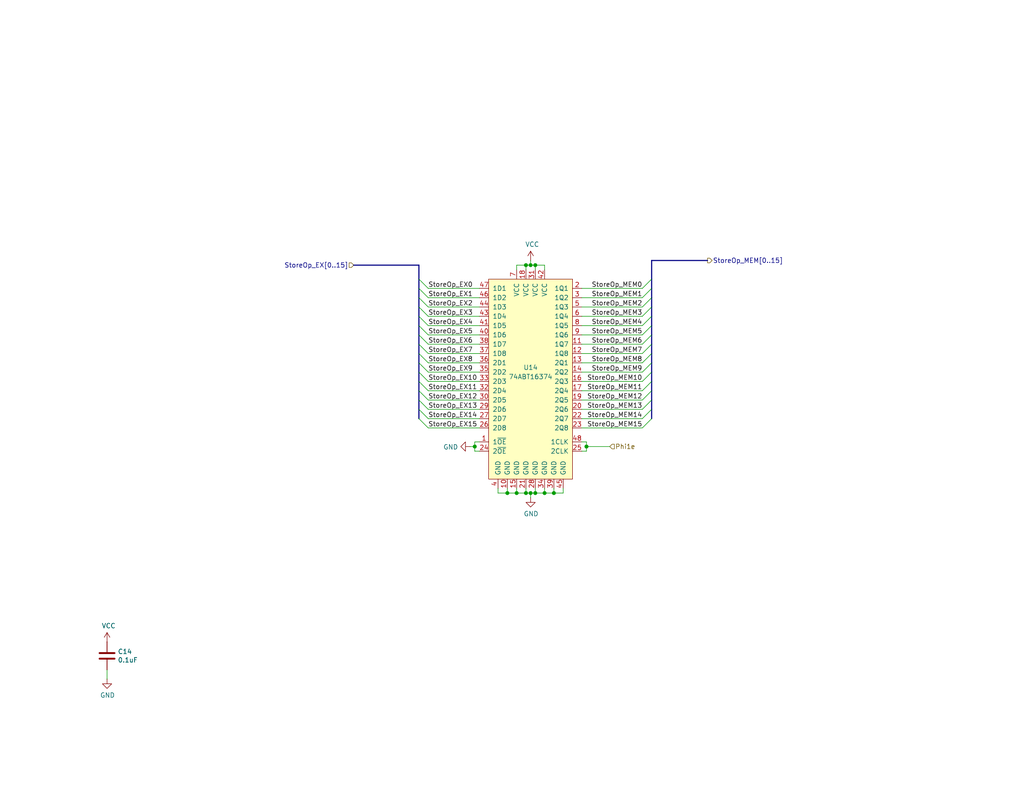
<source format=kicad_sch>
(kicad_sch (version 20250114) (generator "eeschema") (generator_version "9.0")
  (paper "USLetter")
  (title_block (title "EX/MEM: Store Operand Register") (date "2025-07-11") (rev "A"))
  (lib_symbols
    (symbol "Device:C" (pin_numbers (hide yes)) (pin_names (offset 0.254))
      (property "Reference" "C" (at 0.635 2.54 0))
      (property "Value" "C" (at 0.635 -2.54 0))
      (symbol "C_0_1"
        (polyline (pts (xy -2.032 0.762) (xy 2.032 0.762)) (stroke (width 0.508)))
        (polyline (pts (xy -2.032 -0.762) (xy 2.032 -0.762)) (stroke (width 0.508)))
      )
      (symbol "C_1_1"
        (pin passive line (at 0 3.81 270) (length 2.794) (name "~") (number "1"))
        (pin passive line (at 0 -3.81 90) (length 2.794) (name "~") (number "2"))
      )
    )
    (symbol "Turtle16:74ABT16374" (pin_names (offset 1.016))
      (symbol "74ABT16374_0_0"
        (pin input line (at -13.97 21.59 0) (length 2.54) (name "1D1") (number "47"))
        (pin input line (at -13.97 19.05 0) (length 2.54) (name "1D2") (number "46"))
        (pin input line (at -13.97 16.51 0) (length 2.54) (name "1D3") (number "44"))
        (pin input line (at -13.97 13.97 0) (length 2.54) (name "1D4") (number "43"))
        (pin input line (at -13.97 11.43 0) (length 2.54) (name "1D5") (number "41"))
        (pin input line (at -13.97 8.89 0) (length 2.54) (name "1D6") (number "40"))
        (pin input line (at -13.97 6.35 0) (length 2.54) (name "1D7") (number "38"))
        (pin input line (at -13.97 3.81 0) (length 2.54) (name "1D8") (number "37"))
        (pin input line (at -13.97 1.27 0) (length 2.54) (name "2D1") (number "36"))
        (pin input line (at -13.97 -1.27 0) (length 2.54) (name "2D2") (number "35"))
        (pin input line (at -13.97 -3.81 0) (length 2.54) (name "2D3") (number "33"))
        (pin input line (at -13.97 -6.35 0) (length 2.54) (name "2D4") (number "32"))
        (pin input line (at -13.97 -8.89 0) (length 2.54) (name "2D5") (number "30"))
        (pin input line (at -13.97 -11.43 0) (length 2.54) (name "2D6") (number "29"))
        (pin input line (at -13.97 -13.97 0) (length 2.54) (name "2D7") (number "27"))
        (pin input line (at -13.97 -16.51 0) (length 2.54) (name "2D8") (number "26"))
        (pin input line (at -13.97 -20.32 0) (length 2.54) (name "1~{OE}") (number "1"))
        (pin input line (at -13.97 -22.86 0) (length 2.54) (name "2~{OE}") (number "24"))
        (pin power_in line (at -8.89 -33.02 90) (length 2.54) (name "GND") (number "4"))
        (pin power_in line (at -6.35 -33.02 90) (length 2.54) (name "GND") (number "10"))
        (pin power_in line (at -3.81 26.67 270) (length 2.54) (name "VCC") (number "7"))
        (pin power_in line (at -3.81 -33.02 90) (length 2.54) (name "GND") (number "15"))
        (pin power_in line (at -1.27 26.67 270) (length 2.54) (name "VCC") (number "18"))
        (pin power_in line (at -1.27 -33.02 90) (length 2.54) (name "GND") (number "21"))
        (pin power_in line (at 1.27 26.67 270) (length 2.54) (name "VCC") (number "31"))
        (pin power_in line (at 1.27 -33.02 90) (length 2.54) (name "GND") (number "28"))
        (pin power_in line (at 3.81 26.67 270) (length 2.54) (name "VCC") (number "42"))
        (pin power_in line (at 3.81 -33.02 90) (length 2.54) (name "GND") (number "34"))
        (pin power_in line (at 6.35 -33.02 90) (length 2.54) (name "GND") (number "39"))
        (pin power_in line (at 8.89 -33.02 90) (length 2.54) (name "GND") (number "45"))
        (pin tri_state line (at 13.97 21.59 180) (length 2.54) (name "1Q1") (number "2"))
        (pin tri_state line (at 13.97 19.05 180) (length 2.54) (name "1Q2") (number "3"))
        (pin tri_state line (at 13.97 16.51 180) (length 2.54) (name "1Q3") (number "5"))
        (pin tri_state line (at 13.97 13.97 180) (length 2.54) (name "1Q4") (number "6"))
        (pin tri_state line (at 13.97 11.43 180) (length 2.54) (name "1Q5") (number "8"))
        (pin tri_state line (at 13.97 8.89 180) (length 2.54) (name "1Q6") (number "9"))
        (pin tri_state line (at 13.97 6.35 180) (length 2.54) (name "1Q7") (number "11"))
        (pin tri_state line (at 13.97 3.81 180) (length 2.54) (name "1Q8") (number "12"))
        (pin tri_state line (at 13.97 1.27 180) (length 2.54) (name "2Q1") (number "13"))
        (pin tri_state line (at 13.97 -1.27 180) (length 2.54) (name "2Q2") (number "14"))
        (pin tri_state line (at 13.97 -3.81 180) (length 2.54) (name "2Q3") (number "16"))
        (pin tri_state line (at 13.97 -6.35 180) (length 2.54) (name "2Q4") (number "17"))
        (pin tri_state line (at 13.97 -8.89 180) (length 2.54) (name "2Q5") (number "19"))
        (pin tri_state line (at 13.97 -11.43 180) (length 2.54) (name "2Q6") (number "20"))
        (pin tri_state line (at 13.97 -13.97 180) (length 2.54) (name "2Q7") (number "22"))
        (pin tri_state line (at 13.97 -16.51 180) (length 2.54) (name "2Q8") (number "23"))
        (pin input line (at 13.97 -20.32 180) (length 2.54) (name "1CLK") (number "48"))
        (pin input line (at 13.97 -22.86 180) (length 2.54) (name "2CLK") (number "25"))
      )
      (symbol "74ABT16374_0_1"
        (rectangle (start -11.43 24.13) (end 11.43 -30.48) (fill (type background)))
      )
    )
    (symbol "power:GND" (power) (pin_numbers (hide yes)) (pin_names (offset 0) (hide yes))
      (property "Value" "GND" (at 0 -3.81 0))
      (symbol "GND_0_1"
        (polyline (pts (xy 0 0) (xy 0 -1.27) (xy 1.27 -1.27) (xy 0 -2.54) (xy -1.27 -1.27) (xy 0 -1.27)))
      )
      (symbol "GND_1_1"
        (pin power_in line (at 0 0 270) (length 0) (name "~") (number "1"))
      )
    )
    (symbol "power:VCC" (power) (pin_numbers (hide yes)) (pin_names (offset 0) (hide yes))
      (property "Value" "VCC" (at 0 3.556 0))
      (symbol "VCC_0_1"
        (polyline (pts (xy -0.762 1.27) (xy 0 2.54)))
        (polyline (pts (xy 0 2.54) (xy 0.762 1.27)))
        (polyline (pts (xy 0 0) (xy 0 2.54)))
      )
      (symbol "VCC_1_1"
        (pin power_in line (at 0 0 90) (length 0) (name "~") (number "1"))
      )
    )
  )
  (junction (at 144.78 72.39))
  (junction (at 143.51 134.62))
  (junction (at 144.78 134.62))
  (junction (at 138.43 134.62))
  (junction (at 160.02 121.92))
  (junction (at 143.51 72.39))
  (junction (at 146.05 72.39))
  (junction (at 151.13 134.62))
  (junction (at 129.54 121.92))
  (junction (at 140.97 134.62))
  (junction (at 148.59 134.62))
  (junction (at 146.05 134.62))
  (bus_entry (at 114.3 78.74) (size 2.54 2.54))
  (bus_entry (at 114.3 76.2) (size 2.54 2.54))
  (bus_entry (at 114.3 91.44) (size 2.54 2.54))
  (bus_entry (at 114.3 114.3) (size 2.54 2.54))
  (bus_entry (at 177.8 106.68) (size -2.54 2.54))
  (bus_entry (at 114.3 111.76) (size 2.54 2.54))
  (bus_entry (at 114.3 109.22) (size 2.54 2.54))
  (bus_entry (at 114.3 88.9) (size 2.54 2.54))
  (bus_entry (at 114.3 96.52) (size 2.54 2.54))
  (bus_entry (at 177.8 88.9) (size -2.54 2.54))
  (bus_entry (at 114.3 101.6) (size 2.54 2.54))
  (bus_entry (at 177.8 86.36) (size -2.54 2.54))
  (bus_entry (at 177.8 96.52) (size -2.54 2.54))
  (bus_entry (at 114.3 99.06) (size 2.54 2.54))
  (bus_entry (at 114.3 83.82) (size 2.54 2.54))
  (bus_entry (at 177.8 76.2) (size -2.54 2.54))
  (bus_entry (at 114.3 104.14) (size 2.54 2.54))
  (bus_entry (at 177.8 83.82) (size -2.54 2.54))
  (bus_entry (at 177.8 109.22) (size -2.54 2.54))
  (bus_entry (at 177.8 114.3) (size -2.54 2.54))
  (bus_entry (at 177.8 99.06) (size -2.54 2.54))
  (bus_entry (at 114.3 81.28) (size 2.54 2.54))
  (bus_entry (at 114.3 93.98) (size 2.54 2.54))
  (bus_entry (at 177.8 101.6) (size -2.54 2.54))
  (bus_entry (at 177.8 104.14) (size -2.54 2.54))
  (bus_entry (at 177.8 91.44) (size -2.54 2.54))
  (bus_entry (at 114.3 86.36) (size 2.54 2.54))
  (bus_entry (at 177.8 111.76) (size -2.54 2.54))
  (bus_entry (at 177.8 93.98) (size -2.54 2.54))
  (bus_entry (at 177.8 81.28) (size -2.54 2.54))
  (bus_entry (at 177.8 78.74) (size -2.54 2.54))
  (bus_entry (at 114.3 106.68) (size 2.54 2.54))
  (wire (pts (xy 116.84 111.76) (xy 130.81 111.76)))
  (wire (pts (xy 138.43 134.62) (xy 140.97 134.62)))
  (wire (pts (xy 175.26 114.3) (xy 158.75 114.3)))
  (wire (pts (xy 116.84 81.28) (xy 130.81 81.28)))
  (wire (pts (xy 140.97 72.39) (xy 143.51 72.39)))
  (bus (pts (xy 177.8 78.74) (xy 177.8 81.28)))
  (wire (pts (xy 175.26 109.22) (xy 158.75 109.22)))
  (bus (pts (xy 177.8 101.6) (xy 177.8 104.14)))
  (wire (pts (xy 143.51 133.35) (xy 143.51 134.62)))
  (bus (pts (xy 177.8 96.52) (xy 177.8 99.06)))
  (wire (pts (xy 146.05 133.35) (xy 146.05 134.62)))
  (wire (pts (xy 143.51 73.66) (xy 143.51 72.39)))
  (bus (pts (xy 177.8 91.44) (xy 177.8 93.98)))
  (bus (pts (xy 114.3 81.28) (xy 114.3 83.82)))
  (wire (pts (xy 143.51 72.39) (xy 144.78 72.39)))
  (wire (pts (xy 116.84 93.98) (xy 130.81 93.98)))
  (wire (pts (xy 175.26 96.52) (xy 158.75 96.52)))
  (bus (pts (xy 114.3 86.36) (xy 114.3 88.9)))
  (wire (pts (xy 116.84 104.14) (xy 130.81 104.14)))
  (wire (pts (xy 140.97 134.62) (xy 143.51 134.62)))
  (wire (pts (xy 144.78 72.39) (xy 146.05 72.39)))
  (bus (pts (xy 177.8 71.12) (xy 177.8 76.2)))
  (wire (pts (xy 146.05 134.62) (xy 148.59 134.62)))
  (wire (pts (xy 135.89 133.35) (xy 135.89 134.62)))
  (bus (pts (xy 114.3 104.14) (xy 114.3 106.68)))
  (wire (pts (xy 116.84 86.36) (xy 130.81 86.36)))
  (wire (pts (xy 143.51 134.62) (xy 144.78 134.62)))
  (wire (pts (xy 144.78 71.12) (xy 144.78 72.39)))
  (bus (pts (xy 114.3 83.82) (xy 114.3 86.36)))
  (wire (pts (xy 160.02 121.92) (xy 166.37 121.92)))
  (wire (pts (xy 116.84 106.68) (xy 130.81 106.68)))
  (wire (pts (xy 160.02 120.65) (xy 160.02 121.92)))
  (wire (pts (xy 160.02 121.92) (xy 160.02 123.19)))
  (wire (pts (xy 135.89 134.62) (xy 138.43 134.62)))
  (wire (pts (xy 175.26 91.44) (xy 158.75 91.44)))
  (bus (pts (xy 114.3 88.9) (xy 114.3 91.44)))
  (wire (pts (xy 175.26 116.84) (xy 158.75 116.84)))
  (bus (pts (xy 177.8 111.76) (xy 177.8 114.3)))
  (wire (pts (xy 138.43 133.35) (xy 138.43 134.62)))
  (bus (pts (xy 177.8 99.06) (xy 177.8 101.6)))
  (wire (pts (xy 116.84 109.22) (xy 130.81 109.22)))
  (bus (pts (xy 177.8 76.2) (xy 177.8 78.74)))
  (wire (pts (xy 153.67 134.62) (xy 153.67 133.35)))
  (wire (pts (xy 129.54 121.92) (xy 129.54 123.19)))
  (wire (pts (xy 116.84 96.52) (xy 130.81 96.52)))
  (wire (pts (xy 146.05 72.39) (xy 148.59 72.39)))
  (wire (pts (xy 140.97 73.66) (xy 140.97 72.39)))
  (wire (pts (xy 151.13 134.62) (xy 153.67 134.62)))
  (wire (pts (xy 175.26 106.68) (xy 158.75 106.68)))
  (wire (pts (xy 151.13 133.35) (xy 151.13 134.62)))
  (wire (pts (xy 144.78 134.62) (xy 144.78 135.89)))
  (bus (pts (xy 114.3 72.39) (xy 114.3 76.2)))
  (bus (pts (xy 114.3 109.22) (xy 114.3 111.76)))
  (wire (pts (xy 116.84 83.82) (xy 130.81 83.82)))
  (wire (pts (xy 129.54 121.92) (xy 128.27 121.92)))
  (bus (pts (xy 177.8 106.68) (xy 177.8 109.22)))
  (bus (pts (xy 114.3 111.76) (xy 114.3 114.3)))
  (wire (pts (xy 148.59 72.39) (xy 148.59 73.66)))
  (bus (pts (xy 114.3 78.74) (xy 114.3 81.28)))
  (wire (pts (xy 175.26 78.74) (xy 158.75 78.74)))
  (wire (pts (xy 175.26 101.6) (xy 158.75 101.6)))
  (wire (pts (xy 175.26 111.76) (xy 158.75 111.76)))
  (bus (pts (xy 177.8 83.82) (xy 177.8 86.36)))
  (wire (pts (xy 116.84 91.44) (xy 130.81 91.44)))
  (bus (pts (xy 114.3 106.68) (xy 114.3 109.22)))
  (wire (pts (xy 160.02 123.19) (xy 158.75 123.19)))
  (bus (pts (xy 114.3 91.44) (xy 114.3 93.98)))
  (wire (pts (xy 140.97 133.35) (xy 140.97 134.62)))
  (bus (pts (xy 177.8 88.9) (xy 177.8 91.44)))
  (wire (pts (xy 129.54 120.65) (xy 129.54 121.92)))
  (wire (pts (xy 116.84 101.6) (xy 130.81 101.6)))
  (wire (pts (xy 175.26 104.14) (xy 158.75 104.14)))
  (wire (pts (xy 130.81 120.65) (xy 129.54 120.65)))
  (wire (pts (xy 148.59 134.62) (xy 151.13 134.62)))
  (bus (pts (xy 177.8 93.98) (xy 177.8 96.52)))
  (wire (pts (xy 29.21 185.42) (xy 29.21 182.88)))
  (bus (pts (xy 177.8 86.36) (xy 177.8 88.9)))
  (bus (pts (xy 114.3 76.2) (xy 114.3 78.74)))
  (bus (pts (xy 96.52 72.39) (xy 114.3 72.39)))
  (wire (pts (xy 175.26 81.28) (xy 158.75 81.28)))
  (bus (pts (xy 177.8 81.28) (xy 177.8 83.82)))
  (wire (pts (xy 146.05 73.66) (xy 146.05 72.39)))
  (wire (pts (xy 129.54 123.19) (xy 130.81 123.19)))
  (bus (pts (xy 193.04 71.12) (xy 177.8 71.12)))
  (bus (pts (xy 114.3 99.06) (xy 114.3 101.6)))
  (bus (pts (xy 114.3 93.98) (xy 114.3 96.52)))
  (bus (pts (xy 114.3 96.52) (xy 114.3 99.06)))
  (wire (pts (xy 116.84 88.9) (xy 130.81 88.9)))
  (bus (pts (xy 177.8 109.22) (xy 177.8 111.76)))
  (wire (pts (xy 144.78 134.62) (xy 146.05 134.62)))
  (wire (pts (xy 116.84 116.84) (xy 130.81 116.84)))
  (wire (pts (xy 175.26 88.9) (xy 158.75 88.9)))
  (wire (pts (xy 148.59 133.35) (xy 148.59 134.62)))
  (wire (pts (xy 175.26 86.36) (xy 158.75 86.36)))
  (bus (pts (xy 114.3 101.6) (xy 114.3 104.14)))
  (wire (pts (xy 175.26 83.82) (xy 158.75 83.82)))
  (wire (pts (xy 116.84 99.06) (xy 130.81 99.06)))
  (wire (pts (xy 116.84 78.74) (xy 130.81 78.74)))
  (wire (pts (xy 158.75 120.65) (xy 160.02 120.65)))
  (wire (pts (xy 116.84 114.3) (xy 130.81 114.3)))
  (wire (pts (xy 175.26 99.06) (xy 158.75 99.06)))
  (bus (pts (xy 177.8 104.14) (xy 177.8 106.68)))
  (wire (pts (xy 175.26 93.98) (xy 158.75 93.98)))
  (label "StoreOp_EX12" (at 116.84 109.22 0))
  (label "StoreOp_EX13" (at 116.84 111.76 0))
  (label "StoreOp_EX0" (at 116.84 78.74 0))
  (label "StoreOp_MEM2" (at 175.26 83.82 180))
  (label "StoreOp_EX2" (at 116.84 83.82 0))
  (label "StoreOp_EX8" (at 116.84 99.06 0))
  (label "StoreOp_MEM10" (at 175.26 104.14 180))
  (label "StoreOp_MEM15" (at 175.26 116.84 180))
  (label "StoreOp_EX10" (at 116.84 104.14 0))
  (label "StoreOp_MEM12" (at 175.26 109.22 180))
  (label "StoreOp_MEM4" (at 175.26 88.9 180))
  (label "StoreOp_EX6" (at 116.84 93.98 0))
  (label "StoreOp_MEM1" (at 175.26 81.28 180))
  (label "StoreOp_MEM9" (at 175.26 101.6 180))
  (label "StoreOp_MEM7" (at 175.26 96.52 180))
  (label "StoreOp_EX11" (at 116.84 106.68 0))
  (label "StoreOp_EX3" (at 116.84 86.36 0))
  (label "StoreOp_EX1" (at 116.84 81.28 0))
  (label "StoreOp_EX7" (at 116.84 96.52 0))
  (label "StoreOp_MEM3" (at 175.26 86.36 180))
  (label "StoreOp_EX9" (at 116.84 101.6 0))
  (label "StoreOp_MEM14" (at 175.26 114.3 180))
  (label "StoreOp_MEM8" (at 175.26 99.06 180))
  (label "StoreOp_MEM13" (at 175.26 111.76 180))
  (label "StoreOp_EX15" (at 116.84 116.84 0))
  (label "StoreOp_EX5" (at 116.84 91.44 0))
  (label "StoreOp_MEM11" (at 175.26 106.68 180))
  (label "StoreOp_EX14" (at 116.84 114.3 0))
  (label "StoreOp_MEM5" (at 175.26 91.44 180))
  (label "StoreOp_MEM6" (at 175.26 93.98 180))
  (label "StoreOp_MEM0" (at 175.26 78.74 180))
  (label "StoreOp_EX4" (at 116.84 88.9 0))
  (hierarchical_label "StoreOp_MEM[0..15]" (shape output) (at 193.04 71.12 0))
  (hierarchical_label "Phi1e" (shape input) (at 166.37 121.92 0))
  (hierarchical_label "StoreOp_EX[0..15]" (shape input) (at 96.52 72.39 180))
  (symbol (lib_id "Device:C") (at 29.21 179.07 0) (unit 1)
    (property "Reference" "C14" (at 32.131 177.9016 0) (effects (justify left)))
    (property "Value" "0.1uF" (at 32.131 180.213 0) (effects (justify left)))
    (property "Footprint" "Capacitor_SMD:C_0603_1608Metric" (effects (hide yes)))
    (property "Datasheet" "https://www.mouser.com/datasheet/2/396/taiyo_yuden_12132018_mlcc11_hq_e-1510082.pdf" (effects (hide yes)))
    (property "Manufacturer" "Taiyo Yuden" (effects (hide yes)))
    (property "Manufacturer#" "EMK107B7104KAHT" (effects (hide yes)))
    (property "Mouser#" "963-EMK107B7104KAHT" (effects (hide yes)))
    (property "Digikey#" "587-6004-1-ND" (effects (hide yes)))
  )
  (symbol (lib_id "power:VCC") (at 29.21 175.26 0) (unit 1)
    (property "Reference" "#PWR064" (effects (hide yes)))
    (property "Value" "VCC" (at 29.6418 170.8658 0))
    (property "Description" "Power symbol creates a global label with name \"VCC\"" (effects (hide yes)))
  )
  (symbol (lib_id "power:GND") (at 29.21 185.42 0) (unit 1)
    (property "Reference" "#PWR065" (effects (hide yes)))
    (property "Value" "GND" (at 29.337 189.8142 0))
    (property "Description" "Power symbol creates a global label with name \"GND\" , ground" (effects (hide yes)))
  )
  (symbol (lib_id "power:GND") (at 128.27 121.92 270) (unit 1)
    (property "Reference" "#PWR066" (effects (hide yes)))
    (property "Value" "GND" (at 125.0188 122.047 90) (effects (justify right)))
    (property "Description" "Power symbol creates a global label with name \"GND\" , ground" (effects (hide yes)))
  )
  (symbol (lib_id "power:VCC") (at 144.78 71.12 0) (unit 1)
    (property "Reference" "#PWR067" (effects (hide yes)))
    (property "Value" "VCC" (at 145.2118 66.7258 0))
    (property "Description" "Power symbol creates a global label with name \"VCC\"" (effects (hide yes)))
  )
  (symbol (lib_id "power:GND") (at 144.78 135.89 0) (unit 1)
    (property "Reference" "#PWR068" (effects (hide yes)))
    (property "Value" "GND" (at 144.907 140.2842 0))
    (property "Description" "Power symbol creates a global label with name \"GND\" , ground" (effects (hide yes)))
  )
  (symbol (lib_id "Turtle16:74ABT16374") (at 144.78 100.33 0) (unit 1)
    (property "Reference" "U14" (at 144.78 100.33 0))
    (property "Value" "74ABT16374" (at 144.78 102.87 0))
    (property "Footprint" "Package_SO:TSSOP-48_6.1x12.5mm_P0.5mm" (effects (hide yes)))
    (property "Datasheet" "https://www.ti.com/general/docs/suppproductinfo.tsp?distId=26&gotoUrl=https://www.ti.com/lit/gpn/sn74abt16374a" (effects (hide yes)))
    (property "Manufacturer" "Texas Instruments" (effects (hide yes)))
    (property "Manufacturer#" "SN74ABT16374ADGGR" (effects (hide yes)))
    (property "Mouser#" "595-SNABT16374ADGGR" (effects (hide yes)))
    (property "Digikey#" "296-3900-1-ND" (effects (hide yes)))
  )
)
</source>
